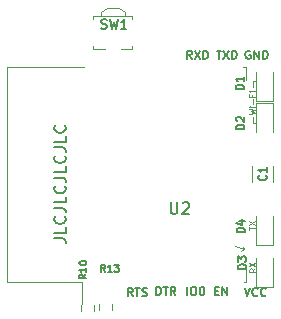
<source format=gbr>
%TF.GenerationSoftware,KiCad,Pcbnew,5.1.9*%
%TF.CreationDate,2021-01-18T23:58:31+01:00*%
%TF.ProjectId,wi-se-opi4,77692d73-652d-46f7-9069-342e6b696361,rev?*%
%TF.SameCoordinates,Original*%
%TF.FileFunction,Legend,Top*%
%TF.FilePolarity,Positive*%
%FSLAX46Y46*%
G04 Gerber Fmt 4.6, Leading zero omitted, Abs format (unit mm)*
G04 Created by KiCad (PCBNEW 5.1.9) date 2021-01-18 23:58:31*
%MOMM*%
%LPD*%
G01*
G04 APERTURE LIST*
%ADD10C,0.150000*%
%ADD11C,0.120000*%
%ADD12C,0.125000*%
%ADD13C,0.100000*%
G04 APERTURE END LIST*
D10*
X92652380Y-85419047D02*
X93366666Y-85419047D01*
X93509523Y-85466666D01*
X93604761Y-85561904D01*
X93652380Y-85704761D01*
X93652380Y-85800000D01*
X93652380Y-84466666D02*
X93652380Y-84942857D01*
X92652380Y-84942857D01*
X93557142Y-83561904D02*
X93604761Y-83609523D01*
X93652380Y-83752380D01*
X93652380Y-83847619D01*
X93604761Y-83990476D01*
X93509523Y-84085714D01*
X93414285Y-84133333D01*
X93223809Y-84180952D01*
X93080952Y-84180952D01*
X92890476Y-84133333D01*
X92795238Y-84085714D01*
X92700000Y-83990476D01*
X92652380Y-83847619D01*
X92652380Y-83752380D01*
X92700000Y-83609523D01*
X92747619Y-83561904D01*
X92652380Y-82847619D02*
X93366666Y-82847619D01*
X93509523Y-82895238D01*
X93604761Y-82990476D01*
X93652380Y-83133333D01*
X93652380Y-83228571D01*
X93652380Y-81895238D02*
X93652380Y-82371428D01*
X92652380Y-82371428D01*
X93557142Y-80990476D02*
X93604761Y-81038095D01*
X93652380Y-81180952D01*
X93652380Y-81276190D01*
X93604761Y-81419047D01*
X93509523Y-81514285D01*
X93414285Y-81561904D01*
X93223809Y-81609523D01*
X93080952Y-81609523D01*
X92890476Y-81561904D01*
X92795238Y-81514285D01*
X92700000Y-81419047D01*
X92652380Y-81276190D01*
X92652380Y-81180952D01*
X92700000Y-81038095D01*
X92747619Y-80990476D01*
X92652380Y-80276190D02*
X93366666Y-80276190D01*
X93509523Y-80323809D01*
X93604761Y-80419047D01*
X93652380Y-80561904D01*
X93652380Y-80657142D01*
X93652380Y-79323809D02*
X93652380Y-79800000D01*
X92652380Y-79800000D01*
X93557142Y-78419047D02*
X93604761Y-78466666D01*
X93652380Y-78609523D01*
X93652380Y-78704761D01*
X93604761Y-78847619D01*
X93509523Y-78942857D01*
X93414285Y-78990476D01*
X93223809Y-79038095D01*
X93080952Y-79038095D01*
X92890476Y-78990476D01*
X92795238Y-78942857D01*
X92700000Y-78847619D01*
X92652380Y-78704761D01*
X92652380Y-78609523D01*
X92700000Y-78466666D01*
X92747619Y-78419047D01*
X92652380Y-77704761D02*
X93366666Y-77704761D01*
X93509523Y-77752380D01*
X93604761Y-77847619D01*
X93652380Y-77990476D01*
X93652380Y-78085714D01*
X93652380Y-76752380D02*
X93652380Y-77228571D01*
X92652380Y-77228571D01*
X93557142Y-75847619D02*
X93604761Y-75895238D01*
X93652380Y-76038095D01*
X93652380Y-76133333D01*
X93604761Y-76276190D01*
X93509523Y-76371428D01*
X93414285Y-76419047D01*
X93223809Y-76466666D01*
X93080952Y-76466666D01*
X92890476Y-76419047D01*
X92795238Y-76371428D01*
X92700000Y-76276190D01*
X92652380Y-76133333D01*
X92652380Y-76038095D01*
X92700000Y-75895238D01*
X92747619Y-75847619D01*
D11*
X109474000Y-75692000D02*
X109728000Y-75692000D01*
X109474000Y-75184000D02*
X109474000Y-75692000D01*
X109474000Y-72136000D02*
X109728000Y-72136000D01*
X109474000Y-72644000D02*
X109474000Y-72136000D01*
D12*
X109200190Y-74890190D02*
X109700190Y-74771142D01*
X109343047Y-74675904D01*
X109700190Y-74580666D01*
X109200190Y-74461619D01*
X109700190Y-74271142D02*
X109366857Y-74271142D01*
X109200190Y-74271142D02*
X109224000Y-74294952D01*
X109247809Y-74271142D01*
X109224000Y-74247333D01*
X109200190Y-74271142D01*
X109247809Y-74271142D01*
X109509714Y-74033047D02*
X109509714Y-73652095D01*
X109438285Y-73247333D02*
X109438285Y-73414000D01*
X109700190Y-73414000D02*
X109200190Y-73414000D01*
X109200190Y-73175904D01*
X109700190Y-72985428D02*
X109366857Y-72985428D01*
X109200190Y-72985428D02*
X109224000Y-73009238D01*
X109247809Y-72985428D01*
X109224000Y-72961619D01*
X109200190Y-72985428D01*
X109247809Y-72985428D01*
X109200190Y-84708952D02*
X109200190Y-84423238D01*
X109700190Y-84566095D02*
X109200190Y-84566095D01*
X109200190Y-84304190D02*
X109700190Y-83970857D01*
X109200190Y-83970857D02*
X109700190Y-84304190D01*
X109700190Y-87967333D02*
X109462095Y-88134000D01*
X109700190Y-88253047D02*
X109200190Y-88253047D01*
X109200190Y-88062571D01*
X109224000Y-88014952D01*
X109247809Y-87991142D01*
X109295428Y-87967333D01*
X109366857Y-87967333D01*
X109414476Y-87991142D01*
X109438285Y-88014952D01*
X109462095Y-88062571D01*
X109462095Y-88253047D01*
X109200190Y-87800666D02*
X109700190Y-87467333D01*
X109200190Y-87467333D02*
X109700190Y-87800666D01*
D10*
X108794666Y-89608866D02*
X109028000Y-90308866D01*
X109261333Y-89608866D01*
X109894666Y-90242200D02*
X109861333Y-90275533D01*
X109761333Y-90308866D01*
X109694666Y-90308866D01*
X109594666Y-90275533D01*
X109528000Y-90208866D01*
X109494666Y-90142200D01*
X109461333Y-90008866D01*
X109461333Y-89908866D01*
X109494666Y-89775533D01*
X109528000Y-89708866D01*
X109594666Y-89642200D01*
X109694666Y-89608866D01*
X109761333Y-89608866D01*
X109861333Y-89642200D01*
X109894666Y-89675533D01*
X110594666Y-90242200D02*
X110561333Y-90275533D01*
X110461333Y-90308866D01*
X110394666Y-90308866D01*
X110294666Y-90275533D01*
X110228000Y-90208866D01*
X110194666Y-90142200D01*
X110161333Y-90008866D01*
X110161333Y-89908866D01*
X110194666Y-89775533D01*
X110228000Y-89708866D01*
X110294666Y-89642200D01*
X110394666Y-89608866D01*
X110461333Y-89608866D01*
X110561333Y-89642200D01*
X110594666Y-89675533D01*
X106283333Y-89866000D02*
X106516666Y-89866000D01*
X106616666Y-90232666D02*
X106283333Y-90232666D01*
X106283333Y-89532666D01*
X106616666Y-89532666D01*
X106916666Y-90232666D02*
X106916666Y-89532666D01*
X107316666Y-90232666D01*
X107316666Y-89532666D01*
X103948000Y-90232666D02*
X103948000Y-89532666D01*
X104414666Y-89532666D02*
X104548000Y-89532666D01*
X104614666Y-89566000D01*
X104681333Y-89632666D01*
X104714666Y-89766000D01*
X104714666Y-89999333D01*
X104681333Y-90132666D01*
X104614666Y-90199333D01*
X104548000Y-90232666D01*
X104414666Y-90232666D01*
X104348000Y-90199333D01*
X104281333Y-90132666D01*
X104248000Y-89999333D01*
X104248000Y-89766000D01*
X104281333Y-89632666D01*
X104348000Y-89566000D01*
X104414666Y-89532666D01*
X105148000Y-89532666D02*
X105214666Y-89532666D01*
X105281333Y-89566000D01*
X105314666Y-89599333D01*
X105348000Y-89666000D01*
X105381333Y-89799333D01*
X105381333Y-89966000D01*
X105348000Y-90099333D01*
X105314666Y-90166000D01*
X105281333Y-90199333D01*
X105214666Y-90232666D01*
X105148000Y-90232666D01*
X105081333Y-90199333D01*
X105048000Y-90166000D01*
X105014666Y-90099333D01*
X104981333Y-89966000D01*
X104981333Y-89799333D01*
X105014666Y-89666000D01*
X105048000Y-89599333D01*
X105081333Y-89566000D01*
X105148000Y-89532666D01*
X101308000Y-90232666D02*
X101308000Y-89532666D01*
X101474666Y-89532666D01*
X101574666Y-89566000D01*
X101641333Y-89632666D01*
X101674666Y-89699333D01*
X101708000Y-89832666D01*
X101708000Y-89932666D01*
X101674666Y-90066000D01*
X101641333Y-90132666D01*
X101574666Y-90199333D01*
X101474666Y-90232666D01*
X101308000Y-90232666D01*
X101908000Y-89532666D02*
X102308000Y-89532666D01*
X102108000Y-90232666D02*
X102108000Y-89532666D01*
X102941333Y-90232666D02*
X102708000Y-89899333D01*
X102541333Y-90232666D02*
X102541333Y-89532666D01*
X102808000Y-89532666D01*
X102874666Y-89566000D01*
X102908000Y-89599333D01*
X102941333Y-89666000D01*
X102941333Y-89766000D01*
X102908000Y-89832666D01*
X102874666Y-89866000D01*
X102808000Y-89899333D01*
X102541333Y-89899333D01*
X99316666Y-90316666D02*
X99083333Y-89983333D01*
X98916666Y-90316666D02*
X98916666Y-89616666D01*
X99183333Y-89616666D01*
X99250000Y-89650000D01*
X99283333Y-89683333D01*
X99316666Y-89750000D01*
X99316666Y-89850000D01*
X99283333Y-89916666D01*
X99250000Y-89950000D01*
X99183333Y-89983333D01*
X98916666Y-89983333D01*
X99516666Y-89616666D02*
X99916666Y-89616666D01*
X99716666Y-90316666D02*
X99716666Y-89616666D01*
X100116666Y-90283333D02*
X100216666Y-90316666D01*
X100383333Y-90316666D01*
X100450000Y-90283333D01*
X100483333Y-90250000D01*
X100516666Y-90183333D01*
X100516666Y-90116666D01*
X100483333Y-90050000D01*
X100450000Y-90016666D01*
X100383333Y-89983333D01*
X100250000Y-89950000D01*
X100183333Y-89916666D01*
X100150000Y-89883333D01*
X100116666Y-89816666D01*
X100116666Y-89750000D01*
X100150000Y-89683333D01*
X100183333Y-89650000D01*
X100250000Y-89616666D01*
X100416666Y-89616666D01*
X100516666Y-89650000D01*
D11*
X108712000Y-86360000D02*
X108521500Y-86487000D01*
X108712000Y-86360000D02*
X108648500Y-86169500D01*
X107950000Y-86106000D02*
X108712000Y-86360000D01*
D10*
X109266666Y-69550000D02*
X109200000Y-69516666D01*
X109100000Y-69516666D01*
X109000000Y-69550000D01*
X108933333Y-69616666D01*
X108900000Y-69683333D01*
X108866666Y-69816666D01*
X108866666Y-69916666D01*
X108900000Y-70050000D01*
X108933333Y-70116666D01*
X109000000Y-70183333D01*
X109100000Y-70216666D01*
X109166666Y-70216666D01*
X109266666Y-70183333D01*
X109300000Y-70150000D01*
X109300000Y-69916666D01*
X109166666Y-69916666D01*
X109600000Y-70216666D02*
X109600000Y-69516666D01*
X110000000Y-70216666D01*
X110000000Y-69516666D01*
X110333333Y-70216666D02*
X110333333Y-69516666D01*
X110500000Y-69516666D01*
X110600000Y-69550000D01*
X110666666Y-69616666D01*
X110700000Y-69683333D01*
X110733333Y-69816666D01*
X110733333Y-69916666D01*
X110700000Y-70050000D01*
X110666666Y-70116666D01*
X110600000Y-70183333D01*
X110500000Y-70216666D01*
X110333333Y-70216666D01*
X106416666Y-69516666D02*
X106816666Y-69516666D01*
X106616666Y-70216666D02*
X106616666Y-69516666D01*
X106983333Y-69516666D02*
X107450000Y-70216666D01*
X107450000Y-69516666D02*
X106983333Y-70216666D01*
X107716666Y-70216666D02*
X107716666Y-69516666D01*
X107883333Y-69516666D01*
X107983333Y-69550000D01*
X108050000Y-69616666D01*
X108083333Y-69683333D01*
X108116666Y-69816666D01*
X108116666Y-69916666D01*
X108083333Y-70050000D01*
X108050000Y-70116666D01*
X107983333Y-70183333D01*
X107883333Y-70216666D01*
X107716666Y-70216666D01*
X104333333Y-70216666D02*
X104100000Y-69883333D01*
X103933333Y-70216666D02*
X103933333Y-69516666D01*
X104200000Y-69516666D01*
X104266666Y-69550000D01*
X104300000Y-69583333D01*
X104333333Y-69650000D01*
X104333333Y-69750000D01*
X104300000Y-69816666D01*
X104266666Y-69850000D01*
X104200000Y-69883333D01*
X103933333Y-69883333D01*
X104566666Y-69516666D02*
X105033333Y-70216666D01*
X105033333Y-69516666D02*
X104566666Y-70216666D01*
X105300000Y-70216666D02*
X105300000Y-69516666D01*
X105466666Y-69516666D01*
X105566666Y-69550000D01*
X105633333Y-69616666D01*
X105666666Y-69683333D01*
X105700000Y-69816666D01*
X105700000Y-69916666D01*
X105666666Y-70050000D01*
X105633333Y-70116666D01*
X105566666Y-70183333D01*
X105466666Y-70216666D01*
X105300000Y-70216666D01*
D13*
%TO.C,U2*%
X95020000Y-89140000D02*
X95020000Y-91020000D01*
X88700000Y-89140000D02*
X95020000Y-89140000D01*
X88700000Y-70900000D02*
X95220000Y-70900000D01*
X88700000Y-89140000D02*
X88700000Y-70900000D01*
X108940000Y-72020000D02*
X108940000Y-70900000D01*
X108620000Y-70900000D02*
X108920000Y-70900000D01*
X108940000Y-89140000D02*
X108940000Y-88120000D01*
X108720000Y-89140000D02*
X108940000Y-89140000D01*
D11*
%TO.C,C1*%
X109390000Y-80678072D02*
X109390000Y-79255568D01*
X111210000Y-80678072D02*
X111210000Y-79255568D01*
%TO.C,D1*%
X109765000Y-71325000D02*
X109765000Y-73785000D01*
X109765000Y-73785000D02*
X111235000Y-73785000D01*
X111235000Y-73785000D02*
X111235000Y-71325000D01*
%TO.C,D2*%
X109765000Y-73965000D02*
X109765000Y-76425000D01*
X111235000Y-73965000D02*
X109765000Y-73965000D01*
X111235000Y-76425000D02*
X111235000Y-73965000D01*
%TO.C,D3*%
X109765000Y-87075000D02*
X109765000Y-89535000D01*
X109765000Y-89535000D02*
X111235000Y-89535000D01*
X111235000Y-89535000D02*
X111235000Y-87075000D01*
%TO.C,D4*%
X111235000Y-85993080D02*
X111235000Y-83533080D01*
X109765000Y-85993080D02*
X111235000Y-85993080D01*
X109765000Y-83533080D02*
X109765000Y-85993080D01*
%TO.C,R10*%
X96026500Y-91034776D02*
X96026500Y-91544224D01*
X94981500Y-91034776D02*
X94981500Y-91544224D01*
%TO.C,R13*%
X97550500Y-91504724D02*
X97550500Y-90995276D01*
X96505500Y-91504724D02*
X96505500Y-90995276D01*
%TO.C,SW1*%
X97140140Y-65900000D02*
X96640140Y-66280000D01*
X96640140Y-66280000D02*
X96640140Y-66600000D01*
X97140140Y-65900000D02*
X98140140Y-65900000D01*
X98140140Y-65900000D02*
X98640140Y-66280000D01*
X98640140Y-66280000D02*
X98640140Y-66600000D01*
X95990140Y-69390000D02*
X96990140Y-69390000D01*
X95990140Y-69100000D02*
X95990140Y-69390000D01*
X99290140Y-69390000D02*
X98290140Y-69390000D01*
X99290140Y-69390000D02*
X99290140Y-69100000D01*
X95990140Y-66890000D02*
X95990140Y-66600000D01*
X95990140Y-66600000D02*
X99290140Y-66600000D01*
X99290140Y-66600000D02*
X99290140Y-66890000D01*
%TO.C,U2*%
D10*
X102538095Y-82352380D02*
X102538095Y-83161904D01*
X102585714Y-83257142D01*
X102633333Y-83304761D01*
X102728571Y-83352380D01*
X102919047Y-83352380D01*
X103014285Y-83304761D01*
X103061904Y-83257142D01*
X103109523Y-83161904D01*
X103109523Y-82352380D01*
X103538095Y-82447619D02*
X103585714Y-82400000D01*
X103680952Y-82352380D01*
X103919047Y-82352380D01*
X104014285Y-82400000D01*
X104061904Y-82447619D01*
X104109523Y-82542857D01*
X104109523Y-82638095D01*
X104061904Y-82780952D01*
X103490476Y-83352380D01*
X104109523Y-83352380D01*
%TO.C,C1*%
X110590640Y-80083486D02*
X110623973Y-80116820D01*
X110657306Y-80216820D01*
X110657306Y-80283486D01*
X110623973Y-80383486D01*
X110557306Y-80450153D01*
X110490640Y-80483486D01*
X110357306Y-80516820D01*
X110257306Y-80516820D01*
X110123973Y-80483486D01*
X110057306Y-80450153D01*
X109990640Y-80383486D01*
X109957306Y-80283486D01*
X109957306Y-80216820D01*
X109990640Y-80116820D01*
X110023973Y-80083486D01*
X110657306Y-79416820D02*
X110657306Y-79816820D01*
X110657306Y-79616820D02*
X109957306Y-79616820D01*
X110057306Y-79683486D01*
X110123973Y-79750153D01*
X110157306Y-79816820D01*
%TO.C,D1*%
X108723866Y-72805066D02*
X108023866Y-72805066D01*
X108023866Y-72638400D01*
X108057200Y-72538400D01*
X108123866Y-72471733D01*
X108190533Y-72438400D01*
X108323866Y-72405066D01*
X108423866Y-72405066D01*
X108557200Y-72438400D01*
X108623866Y-72471733D01*
X108690533Y-72538400D01*
X108723866Y-72638400D01*
X108723866Y-72805066D01*
X108723866Y-71738400D02*
X108723866Y-72138400D01*
X108723866Y-71938400D02*
X108023866Y-71938400D01*
X108123866Y-72005066D01*
X108190533Y-72071733D01*
X108223866Y-72138400D01*
%TO.C,D2*%
X108774666Y-76183266D02*
X108074666Y-76183266D01*
X108074666Y-76016600D01*
X108108000Y-75916600D01*
X108174666Y-75849933D01*
X108241333Y-75816600D01*
X108374666Y-75783266D01*
X108474666Y-75783266D01*
X108608000Y-75816600D01*
X108674666Y-75849933D01*
X108741333Y-75916600D01*
X108774666Y-76016600D01*
X108774666Y-76183266D01*
X108141333Y-75516600D02*
X108108000Y-75483266D01*
X108074666Y-75416600D01*
X108074666Y-75249933D01*
X108108000Y-75183266D01*
X108141333Y-75149933D01*
X108208000Y-75116600D01*
X108274666Y-75116600D01*
X108374666Y-75149933D01*
X108774666Y-75549933D01*
X108774666Y-75116600D01*
%TO.C,D3*%
X108916666Y-88016666D02*
X108216666Y-88016666D01*
X108216666Y-87850000D01*
X108250000Y-87750000D01*
X108316666Y-87683333D01*
X108383333Y-87650000D01*
X108516666Y-87616666D01*
X108616666Y-87616666D01*
X108750000Y-87650000D01*
X108816666Y-87683333D01*
X108883333Y-87750000D01*
X108916666Y-87850000D01*
X108916666Y-88016666D01*
X108216666Y-87383333D02*
X108216666Y-86950000D01*
X108483333Y-87183333D01*
X108483333Y-87083333D01*
X108516666Y-87016666D01*
X108550000Y-86983333D01*
X108616666Y-86950000D01*
X108783333Y-86950000D01*
X108850000Y-86983333D01*
X108883333Y-87016666D01*
X108916666Y-87083333D01*
X108916666Y-87283333D01*
X108883333Y-87350000D01*
X108850000Y-87383333D01*
%TO.C,D4*%
X108816666Y-84916666D02*
X108116666Y-84916666D01*
X108116666Y-84750000D01*
X108150000Y-84650000D01*
X108216666Y-84583333D01*
X108283333Y-84550000D01*
X108416666Y-84516666D01*
X108516666Y-84516666D01*
X108650000Y-84550000D01*
X108716666Y-84583333D01*
X108783333Y-84650000D01*
X108816666Y-84750000D01*
X108816666Y-84916666D01*
X108350000Y-83916666D02*
X108816666Y-83916666D01*
X108083333Y-84083333D02*
X108583333Y-84250000D01*
X108583333Y-83816666D01*
%TO.C,R10*%
X95394428Y-88472914D02*
X95108714Y-88672914D01*
X95394428Y-88815771D02*
X94794428Y-88815771D01*
X94794428Y-88587200D01*
X94823000Y-88530057D01*
X94851571Y-88501485D01*
X94908714Y-88472914D01*
X94994428Y-88472914D01*
X95051571Y-88501485D01*
X95080142Y-88530057D01*
X95108714Y-88587200D01*
X95108714Y-88815771D01*
X95394428Y-87901485D02*
X95394428Y-88244342D01*
X95394428Y-88072914D02*
X94794428Y-88072914D01*
X94880142Y-88130057D01*
X94937285Y-88187200D01*
X94965857Y-88244342D01*
X94794428Y-87530057D02*
X94794428Y-87472914D01*
X94823000Y-87415771D01*
X94851571Y-87387200D01*
X94908714Y-87358628D01*
X95023000Y-87330057D01*
X95165857Y-87330057D01*
X95280142Y-87358628D01*
X95337285Y-87387200D01*
X95365857Y-87415771D01*
X95394428Y-87472914D01*
X95394428Y-87530057D01*
X95365857Y-87587200D01*
X95337285Y-87615771D01*
X95280142Y-87644342D01*
X95165857Y-87672914D01*
X95023000Y-87672914D01*
X94908714Y-87644342D01*
X94851571Y-87615771D01*
X94823000Y-87587200D01*
X94794428Y-87530057D01*
%TO.C,R13*%
X96997885Y-88257028D02*
X96797885Y-87971314D01*
X96655028Y-88257028D02*
X96655028Y-87657028D01*
X96883600Y-87657028D01*
X96940742Y-87685600D01*
X96969314Y-87714171D01*
X96997885Y-87771314D01*
X96997885Y-87857028D01*
X96969314Y-87914171D01*
X96940742Y-87942742D01*
X96883600Y-87971314D01*
X96655028Y-87971314D01*
X97569314Y-88257028D02*
X97226457Y-88257028D01*
X97397885Y-88257028D02*
X97397885Y-87657028D01*
X97340742Y-87742742D01*
X97283600Y-87799885D01*
X97226457Y-87828457D01*
X97769314Y-87657028D02*
X98140742Y-87657028D01*
X97940742Y-87885600D01*
X98026457Y-87885600D01*
X98083600Y-87914171D01*
X98112171Y-87942742D01*
X98140742Y-87999885D01*
X98140742Y-88142742D01*
X98112171Y-88199885D01*
X98083600Y-88228457D01*
X98026457Y-88257028D01*
X97855028Y-88257028D01*
X97797885Y-88228457D01*
X97769314Y-88199885D01*
%TO.C,SW1*%
X96647133Y-67633809D02*
X96761419Y-67671904D01*
X96951895Y-67671904D01*
X97028085Y-67633809D01*
X97066180Y-67595714D01*
X97104276Y-67519523D01*
X97104276Y-67443333D01*
X97066180Y-67367142D01*
X97028085Y-67329047D01*
X96951895Y-67290952D01*
X96799514Y-67252857D01*
X96723323Y-67214761D01*
X96685228Y-67176666D01*
X96647133Y-67100476D01*
X96647133Y-67024285D01*
X96685228Y-66948095D01*
X96723323Y-66910000D01*
X96799514Y-66871904D01*
X96989990Y-66871904D01*
X97104276Y-66910000D01*
X97370942Y-66871904D02*
X97561419Y-67671904D01*
X97713800Y-67100476D01*
X97866180Y-67671904D01*
X98056657Y-66871904D01*
X98780466Y-67671904D02*
X98323323Y-67671904D01*
X98551895Y-67671904D02*
X98551895Y-66871904D01*
X98475704Y-66986190D01*
X98399514Y-67062380D01*
X98323323Y-67100476D01*
%TD*%
M02*

</source>
